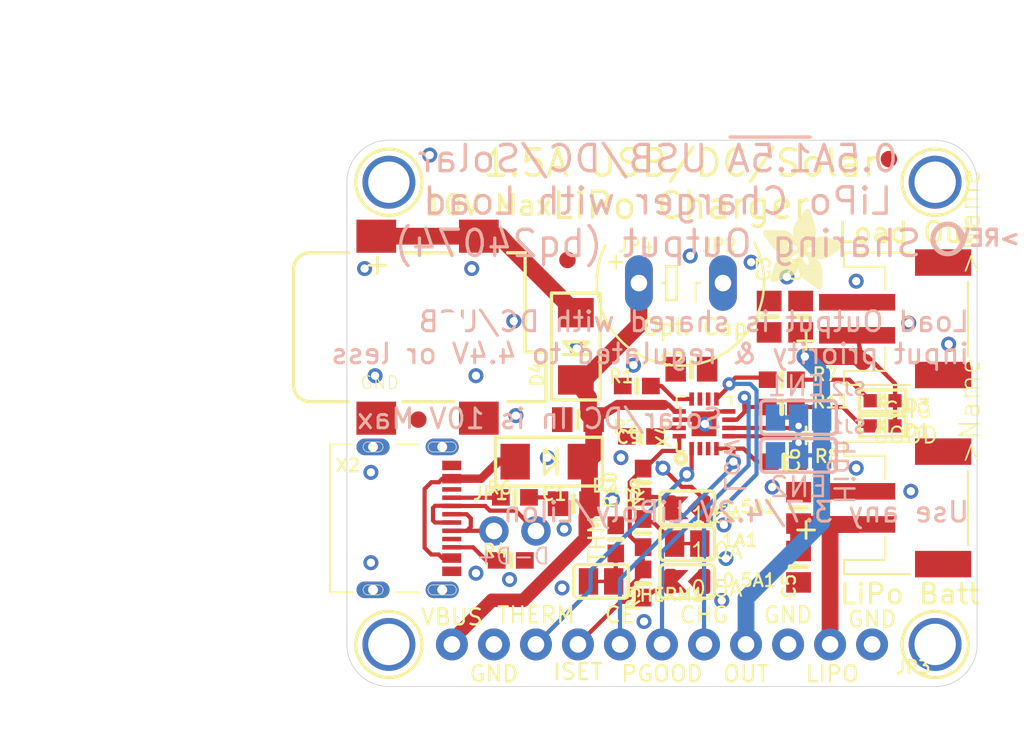
<source format=kicad_pcb>
(kicad_pcb (version 20171130) (host pcbnew "(5.1.7)-1")
  (layers (0 Top signal) (31 Bottom signal) (34 B.Paste user) (35 F.Paste user) (36 B.SilkS user) (37 F.SilkS user) (38 B.Mask user) (39 F.Mask user) (44 Edge.Cuts user))
  (net 0 "")
  (net 1 GND)
  (net 2 VBUS)
  (net 3 VLIPO)
  (net 4 N$4)
  (net 5 N$8)
  (net 6 /VUSB)
  (net 7 /CC2)
  (net 8 "Net-(X2-PadA8)")
  (net 9 /D+)
  (net 10 /D-)
  (net 11 /CC1)
  (net 12 "Net-(X2-PadB8)")
  (net 13 /OUT)
  (net 14 "Net-(D3-PadC)")
  (net 15 /~CHG)
  (net 16 "Net-(D4-PadA)")
  (net 17 /ISET)
  (net 18 /ITERM)
  (net 19 /ILIM)
  (net 20 /~PGOOD)
  (net 21 /EN1)
  (net 22 /EN2)
  (net 23 /~CE)
  (net 24 /THERM)
  (net 25 "Net-(D1-PadC)")
  (net 26 "Net-(R10-Pad1)")
  (net 27 "Net-(1.5A1-Pad2)")
  (net 28 "Net-(0.5A1-Pad2)")
  (net 29 "Net-(1A1-Pad2)")
  (module Adafruit_BQ24074:JST-PH-2-SMT-RA (layer Top) (at 163.9951 110.7186 270)
    (fp_text reference BATT1 hide)
    (fp_text value "JST 2PH" hide)
    (fp_text user - (at -3.429 6.096 270) (layer F.SilkS) (effects (font (size 1.35128 1.35128) (thickness 0.170688)) (justify left bottom)))
    (fp_text user + (at 2.286 6.096 270) (layer F.SilkS) (effects (font (size 1.35128 1.35128) (thickness 0.170688)) (justify left bottom)))
    (fp_text user >Name (at -2.54 -3.81 270) (layer F.SilkS) (effects (font (size 1.2065 1.2065) (thickness 0.1016)) (justify left bottom)))
    (pad NC2 smd rect (at 3.4 -1.5) (size 3.4 1.6) (layers Top F.Paste F.Mask))
    (pad NC1 smd rect (at -3.4 -1.5) (size 3.4 1.6) (layers Top F.Paste F.Mask))
    (pad 1 smd rect (at 1 3.7 270) (size 1 4.6) (layers Top F.Paste F.Mask) (net 3 VLIPO))
    (pad 2 smd rect (at -1 3.7 270) (size 1 4.6) (layers Top F.Paste F.Mask) (net 1 GND))
  )
  (module Adafruit_BQ24074:0805-NO (layer Top) (at 156.7561 110.7186 90)
    (fp_text reference C6 (at 2.032 0.127 90) (layer F.SilkS) (effects (font (size 0.77216 0.77216) (thickness 0.138988)) (justify left bottom)))
    (fp_text value 10uF)
    (pad 2 smd rect (at 0.95 0 90) (size 1.24 1.5) (layers Top F.Paste F.Mask) (net 1 GND))
    (pad 1 smd rect (at -0.95 0 90) (size 1.24 1.5) (layers Top F.Paste F.Mask) (net 3 VLIPO))
  )
  (module Adafruit_BQ24074:SMADIODE (layer Top) (at 141.6431 107.9246 180)
    (fp_text reference D2 (at -2.54 -1.905) (layer F.SilkS) (effects (font (size 0.77216 0.77216) (thickness 0.138988)) (justify left bottom)))
    (fp_text value SK34A)
    (pad A smd rect (at 2.0193 0) (size 1.778 2.159) (layers Top F.Paste F.Mask) (net 6 /VUSB))
    (pad C smd rect (at -2.0447 0 180) (size 1.778 2.159) (layers Top F.Paste F.Mask) (net 2 VBUS))
  )
  (module Adafruit_BQ24074:CHIPLED_0603 (layer Top) (at 161.8361 104.2416 90)
    (fp_text reference D3 (at -0.762 1.27) (layer F.SilkS) (effects (font (size 0.77216 0.77216) (thickness 0.138988)) (justify left bottom)))
    (fp_text value RED)
    (pad A smd rect (at 0 0.75 90) (size 0.8 0.8) (layers Top F.Paste F.Mask) (net 13 /OUT))
    (pad C smd rect (at 0 -0.75 90) (size 0.8 0.8) (layers Top F.Paste F.Mask) (net 14 "Net-(D3-PadC)"))
  )
  (module Adafruit_BQ24074:0603-NO (layer Top) (at 139.3571 113.8936 180)
    (fp_text reference R4 (at 1.778 0.127) (layer F.SilkS) (effects (font (size 0.77216 0.77216) (thickness 0.138988)) (justify left bottom)))
    (fp_text value 5.1K)
    (pad 2 smd rect (at 0.85 0 180) (size 1.075 1) (layers Top F.Paste F.Mask) (net 7 /CC2))
    (pad 1 smd rect (at -0.85 0 180) (size 1.075 1) (layers Top F.Paste F.Mask) (net 1 GND))
  )
  (module Adafruit_BQ24074:0603-NO (layer Top) (at 139.6111 110.0836 180)
    (fp_text reference R6 (at 1.778 0.127) (layer F.SilkS) (effects (font (size 0.77216 0.77216) (thickness 0.138988)) (justify left bottom)))
    (fp_text value 5.1K)
    (pad 2 smd rect (at 0.85 0 180) (size 1.075 1) (layers Top F.Paste F.Mask) (net 11 /CC1))
    (pad 1 smd rect (at -0.85 0 180) (size 1.075 1) (layers Top F.Paste F.Mask) (net 1 GND))
  )
  (module Adafruit_BQ24074:0603-NO (layer Top) (at 155.7401 102.9716)
    (fp_text reference R7 (at 1.778 0.127) (layer F.SilkS) (effects (font (size 0.77216 0.77216) (thickness 0.138988)) (justify left bottom)))
    (fp_text value 10K)
    (pad 2 smd rect (at 0.85 0) (size 1.075 1) (layers Top F.Paste F.Mask) (net 14 "Net-(D3-PadC)"))
    (pad 1 smd rect (at -0.85 0) (size 1.075 1) (layers Top F.Paste F.Mask) (net 15 /~CHG))
  )
  (module Adafruit_BQ24074:USB_C_CUSB31-CFM2AX-01-X (layer Top) (at 132.2451 111.3536 270)
    (fp_text reference X2 (at -2.75 3.56) (layer F.SilkS) (effects (font (size 0.77216 0.77216) (thickness 0.138988)) (justify left bottom)))
    (fp_text value "USB Type C")
    (fp_line (start -4.62 -2.42) (end -4.62 -3.52) (layer Edge.Cuts) (width 0.05))
    (fp_arc (start -4.32 -2.42) (end -4.32 -2.12) (angle 90) (layer Edge.Cuts) (width 0.05))
    (fp_arc (start -4.32 -2.42) (end -4.02 -2.42) (angle 90) (layer Edge.Cuts) (width 0.05))
    (fp_line (start -4.02 -3.52) (end -4.02 -2.42) (layer Edge.Cuts) (width 0.05))
    (fp_arc (start -4.32 -3.52) (end -4.32 -3.82) (angle 90) (layer Edge.Cuts) (width 0.05))
    (fp_arc (start -4.32 -3.52) (end -4.62 -3.52) (angle 90) (layer Edge.Cuts) (width 0.05))
    (fp_line (start 4.02 -2.42) (end 4.02 -3.52) (layer Edge.Cuts) (width 0.05))
    (fp_arc (start 4.32 -2.42) (end 4.32 -2.12) (angle 90) (layer Edge.Cuts) (width 0.05))
    (fp_arc (start 4.32 -2.42) (end 4.62 -2.42) (angle 90) (layer Edge.Cuts) (width 0.05))
    (fp_line (start 4.62 -3.52) (end 4.62 -2.42) (layer Edge.Cuts) (width 0.05))
    (fp_arc (start 4.32 -3.52) (end 4.32 -3.82) (angle 90) (layer Edge.Cuts) (width 0.05))
    (fp_arc (start 4.32 -3.52) (end 4.02 -3.52) (angle 90) (layer Edge.Cuts) (width 0.05))
    (fp_line (start 4.02 1.51) (end 4.02 0.91) (layer Edge.Cuts) (width 0.05))
    (fp_arc (start 4.32 1.51) (end 4.32 1.81) (angle 90) (layer Edge.Cuts) (width 0.05))
    (fp_arc (start 4.32 1.51) (end 4.62 1.51) (angle 90) (layer Edge.Cuts) (width 0.05))
    (fp_line (start 4.62 0.91) (end 4.62 1.51) (layer Edge.Cuts) (width 0.05))
    (fp_arc (start 4.32 0.91) (end 4.32 0.61) (angle 90) (layer Edge.Cuts) (width 0.05))
    (fp_arc (start 4.32 0.91) (end 4.02 0.91) (angle 90) (layer Edge.Cuts) (width 0.05))
    (fp_line (start -4.62 1.51) (end -4.62 0.91) (layer Edge.Cuts) (width 0.05))
    (fp_arc (start -4.32 1.51) (end -4.32 1.81) (angle 90) (layer Edge.Cuts) (width 0.05))
    (fp_arc (start -4.32 1.51) (end -4.02 1.51) (angle 90) (layer Edge.Cuts) (width 0.05))
    (fp_line (start -4.02 0.91) (end -4.02 1.51) (layer Edge.Cuts) (width 0.05))
    (fp_arc (start -4.32 0.91) (end -4.32 0.61) (angle 90) (layer Edge.Cuts) (width 0.05))
    (fp_arc (start -4.32 0.91) (end -4.62 0.91) (angle 90) (layer Edge.Cuts) (width 0.05))
    (pad "" np_thru_hole circle (at -2.89 -2.47 270) (size 0.65 0.65) (drill 0.65) (layers *.Cu *.Mask))
    (pad "" np_thru_hole circle (at 2.89 -2.47 270) (size 0.65 0.65) (drill 0.65) (layers *.Cu *.Mask))
    (pad M1 thru_hole oval (at -4.32 -2.97) (size 2 1) (drill 0.6) (layers *.Cu *.Mask))
    (pad M2 thru_hole oval (at 4.32 -2.97) (size 2 1) (drill 0.6) (layers *.Cu *.Mask))
    (pad M4 thru_hole oval (at 4.32 1.21) (size 2 1) (drill 0.6) (layers *.Cu *.Mask))
    (pad M3 thru_hole oval (at -4.32 1.21) (size 2 1) (drill 0.6) (layers *.Cu *.Mask))
    (pad B1A12 smd rect (at 3.2 -3.545 270) (size 0.575 1.15) (layers Top F.Paste F.Mask) (net 1 GND))
    (pad B4A9 smd rect (at 2.4 -3.545 270) (size 0.575 1.15) (layers Top F.Paste F.Mask) (net 6 /VUSB))
    (pad B5 smd rect (at 1.75 -3.545 270) (size 0.275 1.15) (layers Top F.Paste F.Mask) (net 7 /CC2))
    (pad A8 smd rect (at 1.25 -3.545 270) (size 0.275 1.15) (layers Top F.Paste F.Mask) (net 8 "Net-(X2-PadA8)"))
    (pad B6 smd rect (at 0.75 -3.545 270) (size 0.275 1.15) (layers Top F.Paste F.Mask) (net 9 /D+))
    (pad A7 smd rect (at 0.25 -3.545 270) (size 0.275 1.15) (layers Top F.Paste F.Mask) (net 10 /D-))
    (pad A6 smd rect (at -0.25 -3.545 270) (size 0.275 1.15) (layers Top F.Paste F.Mask) (net 9 /D+))
    (pad B7 smd rect (at -0.75 -3.545 270) (size 0.275 1.15) (layers Top F.Paste F.Mask) (net 10 /D-))
    (pad A5 smd rect (at -1.25 -3.545 270) (size 0.275 1.15) (layers Top F.Paste F.Mask) (net 11 /CC1))
    (pad B8 smd rect (at -1.75 -3.545 270) (size 0.275 1.15) (layers Top F.Paste F.Mask) (net 12 "Net-(X2-PadB8)"))
    (pad A4B9 smd rect (at -2.4 -3.545 270) (size 0.575 1.15) (layers Top F.Paste F.Mask) (net 6 /VUSB))
    (pad A1B12 smd rect (at -3.2 -3.545 270) (size 0.575 1.15) (layers Top F.Paste F.Mask) (net 1 GND))
  )
  (module Adafruit_BQ24074:0805-NO (layer Top) (at 143.1671 110.4646 180)
    (fp_text reference C1 (at 2.032 0.127) (layer F.SilkS) (effects (font (size 0.77216 0.77216) (thickness 0.138988)) (justify left bottom)))
    (fp_text value 10uF)
    (pad 2 smd rect (at 0.95 0 180) (size 1.24 1.5) (layers Top F.Paste F.Mask) (net 1 GND))
    (pad 1 smd rect (at -0.95 0 180) (size 1.24 1.5) (layers Top F.Paste F.Mask) (net 2 VBUS))
  )
  (module Adafruit_BQ24074:0805-NO (layer Top) (at 154.9781 99.1616 90)
    (fp_text reference C3 (at 2.032 0.127 90) (layer F.SilkS) (effects (font (size 0.77216 0.77216) (thickness 0.138988)) (justify left bottom)))
    (fp_text value 10uF)
    (pad 2 smd rect (at 0.95 0 90) (size 1.24 1.5) (layers Top F.Paste F.Mask) (net 1 GND))
    (pad 1 smd rect (at -0.95 0 90) (size 1.24 1.5) (layers Top F.Paste F.Mask) (net 13 /OUT))
  )
  (module Adafruit_BQ24074:0805-NO (layer Top) (at 156.8831 99.1616 90)
    (fp_text reference C4 (at 2.032 0.127 90) (layer F.SilkS) (effects (font (size 0.77216 0.77216) (thickness 0.138988)) (justify left bottom)))
    (fp_text value 10uF)
    (pad 2 smd rect (at 0.95 0 90) (size 1.24 1.5) (layers Top F.Paste F.Mask) (net 1 GND))
    (pad 1 smd rect (at -0.95 0 90) (size 1.24 1.5) (layers Top F.Paste F.Mask) (net 13 /OUT))
  )
  (module Adafruit_BQ24074:MOUNTINGHOLE_2.5_PLATED (layer Top) (at 131.9911 118.9736)
    (fp_text reference U$3 hide)
    (fp_text value MOUNTINGHOLE2.5 hide)
    (pad P$1 thru_hole circle (at 0 0) (size 3.2 3.2) (drill 2.5) (layers *.Cu *.Mask))
  )
  (module Adafruit_BQ24074:MOUNTINGHOLE_2.5_PLATED (layer Top) (at 131.9911 91.0336)
    (fp_text reference U$4 hide)
    (fp_text value MOUNTINGHOLE2.5 hide)
    (pad P$1 thru_hole circle (at 0 0) (size 3.2 3.2) (drill 2.5) (layers *.Cu *.Mask))
  )
  (module Adafruit_BQ24074:MOUNTINGHOLE_2.5_PLATED (layer Top) (at 165.0111 91.0336)
    (fp_text reference U$11 hide)
    (fp_text value MOUNTINGHOLE2.5 hide)
    (pad P$1 thru_hole circle (at 0 0) (size 3.2 3.2) (drill 2.5) (layers *.Cu *.Mask))
  )
  (module Adafruit_BQ24074:MOUNTINGHOLE_2.5_PLATED (layer Top) (at 165.0111 118.9736)
    (fp_text reference U$12 hide)
    (fp_text value MOUNTINGHOLE2.5 hide)
    (pad P$1 thru_hole circle (at 0 0) (size 3.2 3.2) (drill 2.5) (layers *.Cu *.Mask))
  )
  (module Adafruit_BQ24074:DCJACK_2MM_SMT (layer Top) (at 131.2291 99.7966)
    (fp_text reference X3)
    (fp_text value "2.1mm DC")
    (fp_text user GND (at -1.016 3.81) (layer F.SilkS) (effects (font (size 0.77216 0.77216) (thickness 0.065024)) (justify left bottom)))
    (fp_text user + (at 0.762 -2.794 90) (layer F.SilkS) (effects (font (size 1.35128 1.35128) (thickness 0.170688)) (justify left bottom)))
    (pad "" np_thru_hole circle (at 4.5 0) (size 1.8 1.8) (drill 1.8) (layers *.Cu *.Mask))
    (pad "" np_thru_hole circle (at 0 0) (size 1.6 1.6) (drill 1.6) (layers *.Cu *.Mask))
    (pad 2 smd rect (at 0 5.5) (size 2.4 2) (layers Top F.Paste F.Mask) (net 1 GND))
    (pad 3 smd rect (at 6.2 5.5) (size 2.4 2) (layers Top F.Paste F.Mask) (net 1 GND))
    (pad 1' smd rect (at 6.2 -5.5) (size 2.4 2) (layers Top F.Paste F.Mask) (net 16 "Net-(D4-PadA)"))
    (pad 1 smd rect (at 0 -5.5) (size 2.4 2) (layers Top F.Paste F.Mask) (net 16 "Net-(D4-PadA)"))
  )
  (module Adafruit_BQ24074:JST-PH-2-SMT-RA (layer Top) (at 163.9951 99.2886 270)
    (fp_text reference SYSOUT1 hide)
    (fp_text value "JST 2PH" hide)
    (fp_text user - (at -3.429 6.096 270) (layer F.SilkS) (effects (font (size 1.35128 1.35128) (thickness 0.170688)) (justify left bottom)))
    (fp_text user + (at 2.286 6.096 270) (layer F.SilkS) (effects (font (size 1.35128 1.35128) (thickness 0.170688)) (justify left bottom)))
    (fp_text user >Name (at -2.54 -3.81 270) (layer F.SilkS) (effects (font (size 1.2065 1.2065) (thickness 0.1016)) (justify left bottom)))
    (pad NC2 smd rect (at 3.4 -1.5) (size 3.4 1.6) (layers Top F.Paste F.Mask))
    (pad NC1 smd rect (at -3.4 -1.5) (size 3.4 1.6) (layers Top F.Paste F.Mask))
    (pad 1 smd rect (at 1 3.7 270) (size 1 4.6) (layers Top F.Paste F.Mask) (net 13 /OUT))
    (pad 2 smd rect (at -1 3.7 270) (size 1 4.6) (layers Top F.Paste F.Mask) (net 1 GND))
  )
  (module Adafruit_BQ24074:SMADIODE (layer Top) (at 143.2941 100.9396 90)
    (fp_text reference D4 (at -2.54 -1.905 90) (layer F.SilkS) (effects (font (size 0.77216 0.77216) (thickness 0.138988)) (justify left bottom)))
    (fp_text value SK34A)
    (pad A smd rect (at 2.0193 0 270) (size 1.778 2.159) (layers Top F.Paste F.Mask) (net 16 "Net-(D4-PadA)"))
    (pad C smd rect (at -2.0447 0 90) (size 1.778 2.159) (layers Top F.Paste F.Mask) (net 2 VBUS))
  )
  (module Adafruit_BQ24074:0603-NO (layer Top) (at 147.3581 109.1946 270)
    (fp_text reference R3 (at 1.778 0.127 90) (layer F.SilkS) (effects (font (size 0.77216 0.77216) (thickness 0.138988)) (justify left bottom)))
    (fp_text value 590)
    (pad 2 smd rect (at 0.85 0 270) (size 1.075 1) (layers Top F.Paste F.Mask) (net 27 "Net-(1.5A1-Pad2)"))
    (pad 1 smd rect (at -0.85 0 270) (size 1.075 1) (layers Top F.Paste F.Mask) (net 17 /ISET))
  )
  (module Adafruit_BQ24074:0805-NO (layer Top) (at 143.4211 105.3846 180)
    (fp_text reference C9 (at -2.2225 -1.5113) (layer F.SilkS) (effects (font (size 0.77216 0.77216) (thickness 0.138988)) (justify left bottom)))
    (fp_text value 10uF)
    (pad 2 smd rect (at 0.95 0 180) (size 1.24 1.5) (layers Top F.Paste F.Mask) (net 1 GND))
    (pad 1 smd rect (at -0.95 0 180) (size 1.24 1.5) (layers Top F.Paste F.Mask) (net 2 VBUS))
  )
  (module Adafruit_BQ24074:0603-NO (layer Top) (at 147.3581 115.2906 270)
    (fp_text reference R5 (at 1.778 0.127 90) (layer F.SilkS) (effects (font (size 0.77216 0.77216) (thickness 0.138988)) (justify left bottom)))
    (fp_text value 2K)
    (pad 2 smd rect (at 0.85 0 270) (size 1.075 1) (layers Top F.Paste F.Mask) (net 28 "Net-(0.5A1-Pad2)"))
    (pad 1 smd rect (at -0.85 0 270) (size 1.075 1) (layers Top F.Paste F.Mask) (net 17 /ISET))
  )
  (module Adafruit_BQ24074:SOLDERJUMPER_ARROW_NOPASTE (layer Top) (at 150.0251 110.7186 180)
    (fp_text reference 1.5A1 (at -2.032 -0.381) (layer F.SilkS) (effects (font (size 0.77216 0.77216) (thickness 0.138988)) (justify left bottom)))
    (fp_text value SOLDERJUMPER)
    (fp_poly (pts (xy -0.077 -0.6866) (xy 0.5842 0) (xy -0.077 0.6866) (xy 1.293 0.6866) (xy 1.293 -0.6866)) (layer Top) (width 0))
    (fp_poly (pts (xy -1.293 -0.6866) (xy -0.6715 -0.6866) (xy -0.0349 0) (xy -0.7215 0.6866) (xy -1.293 0.6866)) (layer Top) (width 0))
    (pad 2 smd roundrect (at 1.016 0 180) (size 0.762 1.524) (layers Top F.Mask) (net 27 "Net-(1.5A1-Pad2)"))
    (pad 1 smd roundrect (at -1.016 0 180) (size 0.762 1.524) (layers Top F.Mask) (net 1 GND))
  )
  (module Adafruit_BQ24074:SOLDERJUMPER_ARROW_NOPASTE (layer Top) (at 150.0251 115.1636 180)
    (fp_text reference 0.5A1 (at -2.032 -0.381) (layer F.SilkS) (effects (font (size 0.77216 0.77216) (thickness 0.138988)) (justify left bottom)))
    (fp_text value SOLDERJUMPER)
    (fp_poly (pts (xy -0.077 -0.6866) (xy 0.5842 0) (xy -0.077 0.6866) (xy 1.293 0.6866) (xy 1.293 -0.6866)) (layer Top) (width 0))
    (fp_poly (pts (xy -1.293 -0.6866) (xy -0.6715 -0.6866) (xy -0.0349 0) (xy -0.7215 0.6866) (xy -1.293 0.6866)) (layer Top) (width 0))
    (pad 2 smd roundrect (at 1.016 0 180) (size 0.762 1.524) (layers Top F.Mask) (net 28 "Net-(0.5A1-Pad2)"))
    (pad 1 smd roundrect (at -1.016 0 180) (size 0.762 1.524) (layers Top F.Mask) (net 1 GND))
  )
  (module Adafruit_BQ24074:0603-NO (layer Top) (at 147.3581 112.2426 90)
    (fp_text reference R9 (at 1.778 0.127 90) (layer F.SilkS) (effects (font (size 0.77216 0.77216) (thickness 0.138988)) (justify left bottom)))
    (fp_text value 1K)
    (pad 2 smd rect (at 0.85 0 90) (size 1.075 1) (layers Top F.Paste F.Mask) (net 29 "Net-(1A1-Pad2)"))
    (pad 1 smd rect (at -0.85 0 90) (size 1.075 1) (layers Top F.Paste F.Mask) (net 17 /ISET))
  )
  (module Adafruit_BQ24074:SOLDERJUMPER_CLOSEDWIRE (layer Top) (at 150.0251 112.8776 180)
    (fp_text reference 1A1 (at -2.032 -0.254) (layer F.SilkS) (effects (font (size 0.77216 0.77216) (thickness 0.138988)) (justify left bottom)))
    (fp_text value SOLDERJUMPERCLOSED)
    (pad WIRE smd rect (at 0 0) (size 0.635 0.2032) (layers Top F.Mask))
    (pad 2 smd rect (at 0.762 0 180) (size 1.1684 1.6002) (layers Top F.Mask) (net 29 "Net-(1A1-Pad2)"))
    (pad 1 smd rect (at -0.762 0 180) (size 1.1684 1.6002) (layers Top F.Mask) (net 1 GND))
  )
  (module Adafruit_BQ24074:QFN16_3MM (layer Top) (at 151.0411 105.6386 90)
    (fp_text reference X4 (at -1.524 -2.032 90) (layer F.SilkS) (effects (font (size 0.77216 0.77216) (thickness 0.138988)) (justify left bottom)))
    (fp_text value BQ24074)
    (pad 16 smd rect (at -0.75 -1.5) (size 0.8 0.28) (layers Top F.Paste F.Mask) (net 17 /ISET))
    (pad 15 smd rect (at -0.25 -1.5) (size 0.8 0.28) (layers Top F.Paste F.Mask) (net 18 /ITERM))
    (pad 14 smd rect (at 0.25 -1.5) (size 0.8 0.28) (layers Top F.Paste F.Mask) (net 1 GND))
    (pad 13 smd rect (at 0.75 -1.5) (size 0.8 0.28) (layers Top F.Paste F.Mask) (net 2 VBUS))
    (pad 12 smd rect (at 1.5 -0.75 270) (size 0.8 0.28) (layers Top F.Paste F.Mask) (net 19 /ILIM))
    (pad 11 smd rect (at 1.5 -0.25 270) (size 0.8 0.28) (layers Top F.Paste F.Mask) (net 13 /OUT))
    (pad 10 smd rect (at 1.5 0.25 270) (size 0.8 0.28) (layers Top F.Paste F.Mask) (net 13 /OUT))
    (pad 9 smd rect (at 1.5 0.75 270) (size 0.8 0.28) (layers Top F.Paste F.Mask) (net 15 /~CHG))
    (pad 8 smd rect (at 0.75 1.5 180) (size 0.8 0.28) (layers Top F.Paste F.Mask) (net 1 GND))
    (pad 7 smd rect (at 0.25 1.5 180) (size 0.8 0.28) (layers Top F.Paste F.Mask) (net 20 /~PGOOD))
    (pad 6 smd rect (at -0.25 1.5 180) (size 0.8 0.28) (layers Top F.Paste F.Mask) (net 21 /EN1))
    (pad 5 smd rect (at -0.75 1.5 180) (size 0.8 0.28) (layers Top F.Paste F.Mask) (net 22 /EN2))
    (pad 4 smd rect (at -1.5 0.75 90) (size 0.8 0.28) (layers Top F.Paste F.Mask) (net 23 /~CE))
    (pad 3 smd rect (at -1.5 0.25 90) (size 0.8 0.28) (layers Top F.Paste F.Mask) (net 3 VLIPO))
    (pad 2 smd rect (at -1.5 -0.25 90) (size 0.8 0.28) (layers Top F.Paste F.Mask) (net 3 VLIPO))
    (pad 1 smd rect (at -1.5 -0.75 90) (size 0.8 0.28) (layers Top F.Paste F.Mask) (net 24 /THERM))
    (pad THERMAL smd rect (at 0 0 90) (size 1.5 1.5) (layers Top F.Mask) (net 1 GND))
  )
  (module Adafruit_BQ24074:CHIPLED_0603 (layer Top) (at 161.8361 105.7656 90)
    (fp_text reference D1 (at -0.762 1.27) (layer F.SilkS) (effects (font (size 0.77216 0.77216) (thickness 0.138988)) (justify left bottom)))
    (fp_text value GREEN)
    (pad A smd rect (at 0 0.75 90) (size 0.8 0.8) (layers Top F.Paste F.Mask) (net 13 /OUT))
    (pad C smd rect (at 0 -0.75 90) (size 0.8 0.8) (layers Top F.Paste F.Mask) (net 25 "Net-(D1-PadC)"))
  )
  (module Adafruit_BQ24074:0603-NO (layer Top) (at 146.9771 103.3526 180)
    (fp_text reference R1 (at 1.778 0.127) (layer F.SilkS) (effects (font (size 0.77216 0.77216) (thickness 0.138988)) (justify left bottom)))
    (fp_text value 1K)
    (pad 2 smd rect (at 0.85 0 180) (size 1.075 1) (layers Top F.Paste F.Mask) (net 1 GND))
    (pad 1 smd rect (at -0.85 0 180) (size 1.075 1) (layers Top F.Paste F.Mask) (net 19 /ILIM))
  )
  (module Adafruit_BQ24074:0603-NO (layer Top) (at 147.2311 106.4006 180)
    (fp_text reference R2 (at 1.778 0.127) (layer F.SilkS) (effects (font (size 0.77216 0.77216) (thickness 0.138988)) (justify left bottom)))
    (fp_text value 10K)
    (pad 2 smd rect (at 0.85 0 180) (size 1.075 1) (layers Top F.Paste F.Mask) (net 1 GND))
    (pad 1 smd rect (at -0.85 0 180) (size 1.075 1) (layers Top F.Paste F.Mask) (net 18 /ITERM))
  )
  (module Adafruit_BQ24074:1X11_ROUND_76 (layer Top) (at 148.5011 118.9736 180)
    (fp_text reference JP3 (at -14.0462 -1.8288) (layer F.SilkS) (effects (font (size 0.77216 0.77216) (thickness 0.138988)) (justify left bottom)))
    (fp_text value HEADER-1X1176MIL)
    (pad 11 thru_hole circle (at 12.7 0 270) (size 1.9304 1.9304) (drill 1) (layers *.Cu *.Mask) (net 2 VBUS))
    (pad 10 thru_hole circle (at 10.16 0 270) (size 1.9304 1.9304) (drill 1) (layers *.Cu *.Mask) (net 1 GND))
    (pad 9 thru_hole circle (at 7.62 0 270) (size 1.9304 1.9304) (drill 1) (layers *.Cu *.Mask) (net 24 /THERM))
    (pad 8 thru_hole circle (at 5.08 0 270) (size 1.9304 1.9304) (drill 1) (layers *.Cu *.Mask) (net 17 /ISET))
    (pad 7 thru_hole circle (at 2.54 0 270) (size 1.9304 1.9304) (drill 1) (layers *.Cu *.Mask) (net 23 /~CE))
    (pad 6 thru_hole circle (at 0 0 270) (size 1.9304 1.9304) (drill 1) (layers *.Cu *.Mask) (net 20 /~PGOOD))
    (pad 5 thru_hole circle (at -2.54 0 270) (size 1.9304 1.9304) (drill 1) (layers *.Cu *.Mask) (net 15 /~CHG))
    (pad 4 thru_hole circle (at -5.08 0 270) (size 1.9304 1.9304) (drill 1) (layers *.Cu *.Mask) (net 13 /OUT))
    (pad 3 thru_hole circle (at -7.62 0 270) (size 1.9304 1.9304) (drill 1) (layers *.Cu *.Mask) (net 1 GND))
    (pad 2 thru_hole circle (at -10.16 0 270) (size 1.9304 1.9304) (drill 1) (layers *.Cu *.Mask) (net 3 VLIPO))
    (pad 1 thru_hole circle (at -12.7 0 270) (size 1.9304 1.9304) (drill 1) (layers *.Cu *.Mask) (net 1 GND))
  )
  (module Adafruit_BQ24074:0805-NO (layer Top) (at 150.2791 102.3366 180)
    (fp_text reference C2 (at 2.032 0.127) (layer F.SilkS) (effects (font (size 0.77216 0.77216) (thickness 0.138988)) (justify left bottom)))
    (fp_text value 10uF)
    (pad 2 smd rect (at 0.95 0 180) (size 1.24 1.5) (layers Top F.Paste F.Mask) (net 1 GND))
    (pad 1 smd rect (at -0.95 0 180) (size 1.24 1.5) (layers Top F.Paste F.Mask) (net 13 /OUT))
  )
  (module Adafruit_BQ24074:0805-NO (layer Top) (at 156.7561 114.2746 270)
    (fp_text reference C5 (at 2.032 0.127 90) (layer F.SilkS) (effects (font (size 0.77216 0.77216) (thickness 0.138988)) (justify left bottom)))
    (fp_text value 10uF)
    (pad 2 smd rect (at 0.95 0 270) (size 1.24 1.5) (layers Top F.Paste F.Mask) (net 1 GND))
    (pad 1 smd rect (at -0.95 0 270) (size 1.24 1.5) (layers Top F.Paste F.Mask) (net 3 VLIPO))
  )
  (module Adafruit_BQ24074:ADAFRUIT_5MM (layer Top) (at 154.5971 97.5106)
    (fp_text reference U$14 hide)
    (fp_text value "" hide)
  )
  (module Adafruit_BQ24074:1X02_ROUND (layer Top) (at 139.6111 112.1156)
    (fp_text reference JP1 (at -2.6162 -1.8288) (layer F.SilkS) (effects (font (size 0.77216 0.77216) (thickness 0.138988)) (justify left bottom)))
    (fp_text value HEADER-1X2ROUND)
    (pad 2 thru_hole circle (at 1.27 0 90) (size 1.778 1.778) (drill 1) (layers *.Cu *.Mask) (net 10 /D-))
    (pad 1 thru_hole circle (at -1.27 0 90) (size 1.778 1.778) (drill 1) (layers *.Cu *.Mask) (net 9 /D+))
  )
  (module Adafruit_BQ24074:FIDUCIAL_1MM (layer Top) (at 142.7861 95.7326)
    (fp_text reference FID1 hide)
    (fp_text value FIDUCIAL_1MM hide)
    (pad 1 smd roundrect (at 0 0) (size 1 1) (layers Top F.Mask) (roundrect_rratio 0.5))
  )
  (module Adafruit_BQ24074:FIDUCIAL_1MM (layer Top) (at 162.2171 89.6366)
    (fp_text reference FID2 hide)
    (fp_text value FIDUCIAL_1MM hide)
    (pad 1 smd roundrect (at 0 0) (size 1 1) (layers Top F.Mask) (roundrect_rratio 0.5))
  )
  (module Adafruit_BQ24074:FIDUCIAL_1MM (layer Top) (at 133.7691 105.3846)
    (fp_text reference FID3 hide)
    (fp_text value FIDUCIAL_1MM hide)
    (pad 1 smd roundrect (at 0 0) (size 1 1) (layers Top F.Mask) (roundrect_rratio 0.5))
  )
  (module Adafruit_BQ24074:0603-NO (layer Top) (at 145.7071 112.6236 90)
    (fp_text reference R10 (at 1.778 0.127 90) (layer F.SilkS) (effects (font (size 0.77216 0.77216) (thickness 0.138988)) (justify left bottom)))
    (fp_text value 10K)
    (pad 2 smd rect (at 0.85 0 90) (size 1.075 1) (layers Top F.Paste F.Mask) (net 1 GND))
    (pad 1 smd rect (at -0.85 0 90) (size 1.075 1) (layers Top F.Paste F.Mask) (net 26 "Net-(R10-Pad1)"))
  )
  (module Adafruit_BQ24074:SOLDERJUMPER_2WAY_OPEN_NOPASTE (layer Bottom) (at 156.7561 107.5436 180)
    (fp_text reference SJ1 (at -1.905 1.27) (layer B.SilkS) (effects (font (size 0.77216 0.77216) (thickness 0.138988)) (justify right bottom mirror)))
    (fp_text value SOLDERJUMPER_2WAY)
    (pad 2 smd rect (at 0 0 180) (size 1.1684 1.6002) (layers Bottom B.Mask) (net 22 /EN2))
    (pad 3 smd rect (at 1.397 0 180) (size 1.1684 1.6002) (layers Bottom B.Mask) (net 1 GND))
    (pad 1 smd rect (at -1.397 0 180) (size 1.1684 1.6002) (layers Bottom B.Mask) (net 13 /OUT))
  )
  (module Adafruit_BQ24074:SOLDERJUMPER_2WAY_OPEN_NOPASTE (layer Bottom) (at 156.7561 105.2576 180)
    (fp_text reference SJ2 (at -1.905 1.27) (layer B.SilkS) (effects (font (size 0.77216 0.77216) (thickness 0.138988)) (justify right bottom mirror)))
    (fp_text value SOLDERJUMPER_2WAY)
    (pad 2 smd rect (at 0 0 180) (size 1.1684 1.6002) (layers Bottom B.Mask) (net 21 /EN1))
    (pad 3 smd rect (at 1.397 0 180) (size 1.1684 1.6002) (layers Bottom B.Mask) (net 1 GND))
    (pad 1 smd rect (at -1.397 0 180) (size 1.1684 1.6002) (layers Bottom B.Mask) (net 13 /OUT))
  )
  (module Adafruit_BQ24074:0603-NO (layer Top) (at 155.7401 104.6226)
    (fp_text reference R11 (at 1.778 0.127) (layer F.SilkS) (effects (font (size 0.77216 0.77216) (thickness 0.138988)) (justify left bottom)))
    (fp_text value 10K)
    (pad 2 smd rect (at 0.85 0) (size 1.075 1) (layers Top F.Paste F.Mask) (net 25 "Net-(D1-PadC)"))
    (pad 1 smd rect (at -0.85 0) (size 1.075 1) (layers Top F.Paste F.Mask) (net 20 /~PGOOD))
  )
  (module Adafruit_BQ24074:0603-NO (layer Top) (at 155.8671 107.9246)
    (fp_text reference R8 (at 1.778 0.127) (layer F.SilkS) (effects (font (size 0.77216 0.77216) (thickness 0.138988)) (justify left bottom)))
    (fp_text value 10K)
    (pad 2 smd rect (at 0.85 0) (size 1.075 1) (layers Top F.Paste F.Mask) (net 1 GND))
    (pad 1 smd rect (at -0.85 0) (size 1.075 1) (layers Top F.Paste F.Mask) (net 23 /~CE))
  )
  (module Adafruit_BQ24074:SOLDERJUMPER_CLOSEDWIRE (layer Top) (at 144.8181 115.1636 180)
    (fp_text reference THERM1 (at -1.651 -1.27) (layer F.SilkS) (effects (font (size 0.77216 0.77216) (thickness 0.138988)) (justify left bottom)))
    (fp_text value SOLDERJUMPERCLOSED)
    (pad WIRE smd rect (at 0 0) (size 0.635 0.2032) (layers Top F.Mask))
    (pad 2 smd rect (at 0.762 0 180) (size 1.1684 1.6002) (layers Top F.Mask) (net 24 /THERM))
    (pad 1 smd rect (at -0.762 0 180) (size 1.1684 1.6002) (layers Top F.Mask) (net 26 "Net-(R10-Pad1)"))
  )
  (module Adafruit_BQ24074:1X01_OVAL (layer Top) (at 152.1841 97.1296)
    (fp_text reference JP2 (at -1.3462 -1.8288) (layer F.SilkS) (effects (font (size 0.77216 0.77216) (thickness 0.138988)) (justify left bottom)))
    (fp_text value HEADER-1X1)
    (pad 1 thru_hole oval (at 0 0 90) (size 3.3528 1.6764) (drill 1) (layers *.Cu *.Mask) (net 1 GND))
  )
  (module Adafruit_BQ24074:1X01_OVAL (layer Top) (at 147.1041 97.1296)
    (fp_text reference JP4 (at -1.3462 -1.8288) (layer F.SilkS) (effects (font (size 0.77216 0.77216) (thickness 0.138988)) (justify left bottom)))
    (fp_text value HEADER-1X1)
    (pad 1 thru_hole oval (at 0 0 90) (size 3.3528 1.6764) (drill 1) (layers *.Cu *.Mask) (net 2 VBUS))
  )
  (module Adafruit_BQ24074:PCBFEAT-REV-040 (layer Bottom) (at 165.7731 94.4626 180)
    (fp_text reference U$18 hide)
    (fp_text value "" hide)
    (fp_text user >REV (at -0.3556 -0.508 180) (layer B.SilkS) (effects (font (size 0.9652 0.9652) (thickness 0.2032)) (justify right bottom mirror)))
  )
  (gr_line (start 129.4511 91.0336) (end 129.4511 118.9736) (layer Edge.Cuts) (width 0.05))
  (gr_arc (start 131.9911 118.9736) (end 129.4511 118.9736) (angle -90) (layer Edge.Cuts) (width 0.05))
  (gr_line (start 131.9911 121.5136) (end 165.0111 121.5136) (layer Edge.Cuts) (width 0.05))
  (gr_arc (start 165.0111 118.9736) (end 165.0111 121.5136) (angle -90) (layer Edge.Cuts) (width 0.05))
  (gr_line (start 167.5511 118.9736) (end 167.5511 91.0336) (layer Edge.Cuts) (width 0.05))
  (gr_arc (start 165.0111 91.0336) (end 167.5511 91.0336) (angle -90) (layer Edge.Cuts) (width 0.05))
  (gr_line (start 165.0111 88.4936) (end 131.9911 88.4936) (layer Edge.Cuts) (width 0.05))
  (gr_arc (start 131.9911 91.0336) (end 131.9911 88.4936) (angle -90) (layer Edge.Cuts) (width 0.05))
  (gr_text "LiPo Batt" (at 163.4871 115.9256) (layer F.SilkS) (effects (font (size 1.2065 1.2065) (thickness 0.1778))))
  (gr_text "Load Out" (at 163.2331 94.0816) (layer F.SilkS) (effects (font (size 1.2065 1.2065) (thickness 0.1778))))
  (gr_text 1.5A (at 153.4541 110.5916) (layer F.SilkS) (effects (font (size 0.9652 0.9652) (thickness 0.12192)) (justify right top)))
  (gr_text CE (at 145.9611 117.1956) (layer F.SilkS) (effects (font (size 0.9652 0.9652) (thickness 0.14224))))
  (gr_text OUT (at 153.5811 120.7516) (layer F.SilkS) (effects (font (size 0.9652 0.9652) (thickness 0.14224))))
  (gr_text CHG (at 151.0411 117.1956) (layer F.SilkS) (effects (font (size 0.9652 0.9652) (thickness 0.14224))))
  (gr_text PGOOD (at 148.5011 120.7516) (layer F.SilkS) (effects (font (size 0.9652 0.9652) (thickness 0.14224))))
  (gr_text THERM (at 140.8811 117.1956) (layer F.SilkS) (effects (font (size 0.9652 0.9652) (thickness 0.14224))))
  (gr_text ISET (at 143.4211 120.6246) (layer F.SilkS) (effects (font (size 0.9652 0.9652) (thickness 0.14224))))
  (gr_text GND (at 138.3411 120.7516) (layer F.SilkS) (effects (font (size 0.9652 0.9652) (thickness 0.14224))))
  (gr_text GND (at 161.2011 117.4496) (layer F.SilkS) (effects (font (size 0.9652 0.9652) (thickness 0.14224))))
  (gr_text GND (at 156.1211 117.1956) (layer F.SilkS) (effects (font (size 0.9652 0.9652) (thickness 0.14224))))
  (gr_text VBUS (at 135.8011 117.3226) (layer F.SilkS) (effects (font (size 0.9652 0.9652) (thickness 0.14224))))
  (gr_text LIPO (at 158.7881 120.7516) (layer F.SilkS) (effects (font (size 0.9652 0.9652) (thickness 0.14224))))
  (gr_text 1.0A (at 153.4541 112.7506) (layer F.SilkS) (effects (font (size 0.9652 0.9652) (thickness 0.12192)) (justify right top)))
  (gr_text 0.5A (at 153.4541 115.0366) (layer F.SilkS) (effects (font (size 0.9652 0.9652) (thickness 0.12192)) (justify right top)))
  (gr_text "1.5A USB/DC/Solar\nLiPo Charger" (at 149.6441 91.1606) (layer F.SilkS) (effects (font (size 1.59258 1.59258) (thickness 0.201168))))
  (gr_text "10V Max" (at 134.0231 92.4306) (layer F.SilkS) (effects (font (size 1.2065 1.2065) (thickness 0.1905)) (justify left)))
  (gr_text CHG (at 164.8841 104.2416) (layer F.SilkS) (effects (font (size 0.9652 0.9652) (thickness 0.12192)) (justify right top)))
  (gr_text GOOD (at 165.2651 105.7656) (layer F.SilkS) (effects (font (size 0.9652 0.9652) (thickness 0.12192)) (justify right top)))
  (gr_text EN1 (at 156.6291 103.3526) (layer B.SilkS) (effects (font (size 1.2065 1.2065) (thickness 0.1524)) (justify mirror)))
  (gr_text EN2 (at 156.7561 109.4486) (layer B.SilkS) (effects (font (size 1.2065 1.2065) (thickness 0.1524)) (justify mirror)))
  (gr_text High (at 160.1851 106.4006 -90) (layer B.SilkS) (effects (font (size 1.2065 1.2065) (thickness 0.1524)) (justify right top mirror)))
  (gr_text Low (at 153.5811 106.4006 -90) (layer B.SilkS) (effects (font (size 1.2065 1.2065) (thickness 0.1524)) (justify right top mirror)))
  (gr_line (start 148.7551 96.1136) (end 149.3901 96.1136) (layer F.SilkS) (width 0.1524))
  (gr_line (start 149.3901 96.1136) (end 149.3901 98.1456) (layer F.SilkS) (width 0.1524))
  (gr_line (start 149.3901 98.1456) (end 148.7551 98.1456) (layer F.SilkS) (width 0.1524))
  (gr_line (start 148.7551 98.1456) (end 148.7551 97.1296) (layer F.SilkS) (width 0.1524))
  (gr_line (start 148.7551 97.1296) (end 148.7551 96.1136) (layer F.SilkS) (width 0.1524))
  (gr_line (start 148.5011 97.1296) (end 148.7551 97.1296) (layer F.SilkS) (width 0.1524))
  (gr_line (start 150.5331 97.1296) (end 150.5331 98.2726) (layer F.SilkS) (width 0.12))
  (gr_line (start 150.7871 97.1296) (end 150.5331 97.1296) (layer F.SilkS) (width 0.1524))
  (gr_line (start 145.3261 95.8596) (end 146.0881 95.8596) (layer F.SilkS) (width 0.1524))
  (gr_line (start 145.7071 96.2406) (end 145.7071 95.4786) (layer F.SilkS) (width 0.1524))
  (gr_arc (start 149.612804 97.066629) (end 145.0721 94.8436) (angle -233.784552) (layer F.SilkS) (width 0.1524))
  (gr_text "Opt. Cap" (at 147.2311 99.7966) (layer F.SilkS) (effects (font (size 0.9652 0.9652) (thickness 0.1524)) (justify left)))
  (gr_text D+ (at 138.3411 113.6396) (layer B.SilkS) (effects (font (size 0.9652 0.9652) (thickness 0.12192)) (justify mirror)))
  (gr_text D- (at 140.6271 113.6396) (layer B.SilkS) (effects (font (size 0.9652 0.9652) (thickness 0.12192)) (justify mirror)))
  (gr_text THM (at 144.5641 112.6236 90) (layer F.SilkS) (effects (font (size 0.9652 0.9652) (thickness 0.14224))))
  (gr_text "0.5A~1.5A USB/DC/Solar\nLiPo Charger with Load\nSharing Output (bq24074)" (at 148.2471 92.1766) (layer B.SilkS) (effects (font (size 1.59258 1.59258) (thickness 0.201168)) (justify mirror)))
  (gr_text "Load Output is shared with DC/USB \ninput priority & regulated to 4.4V or less" (at 167.1701 100.4316) (layer B.SilkS) (effects (font (size 1.2065 1.2065) (thickness 0.1778)) (justify left mirror)))
  (gr_text "Use any 3.7/4.2V LiPoly/LiIon" (at 167.1701 110.9726) (layer B.SilkS) (effects (font (size 1.2065 1.2065) (thickness 0.1778)) (justify left mirror)))
  (gr_text "Solar/DC In is 10V Max" (at 129.9591 104.6226) (layer B.SilkS) (effects (font (size 1.2065 1.2065) (thickness 0.1778)) (justify right top mirror)))
  (segment (start 152.5411 104.8886) (end 151.7911 104.8886) (width 0.254) (layer Top) (net 1))
  (segment (start 151.7911 104.8886) (end 151.0411 105.6386) (width 0.254) (layer Top) (net 1))
  (segment (start 151.0411 110.7186) (end 151.0411 112.6236) (width 0.254) (layer Top) (net 1))
  (segment (start 151.0411 112.6236) (end 150.7871 112.8776) (width 0.254) (layer Top) (net 1))
  (segment (start 151.0411 110.7186) (end 151.0411 110.2106) (width 0.254) (layer Top) (net 1))
  (segment (start 151.0411 110.2106) (end 150.2791 109.4486) (width 0.254) (layer Top) (net 1))
  (segment (start 150.2791 109.4486) (end 149.688075 109.4486) (width 0.254) (layer Top) (net 1))
  (segment (start 149.688075 109.4486) (end 148.557075 108.3176) (width 0.254) (layer Top) (net 1))
  (via (at 148.557075 108.3176) (size 0.9064) (drill 0.5) (layers Top Bottom) (net 1))
  (segment (start 148.557075 108.3176) (end 148.2471 108.007625) (width 0.254) (layer Bottom) (net 1))
  (via (at 147.414075 117.5886) (size 0.9064) (drill 0.5) (layers Top Bottom) (net 1))
  (via (at 152.367075 113.7786) (size 0.9064) (drill 0.5) (layers Top Bottom) (net 1))
  (via (at 152.240075 111.7466) (size 0.9064) (drill 0.5) (layers Top Bottom) (net 1))
  (via (at 155.161075 109.4606) (size 0.9064) (drill 0.5) (layers Top Bottom) (net 1))
  (via (at 160.241075 108.3176) (size 0.9064) (drill 0.5) (layers Top Bottom) (net 1))
  (via (at 163.543075 109.7146) (size 0.9064) (drill 0.5) (layers Top Bottom) (net 1))
  (via (at 160.241075 97.0146) (size 0.9064) (drill 0.5) (layers Top Bottom) (net 1))
  (via (at 163.416075 99.5546) (size 0.9064) (drill 0.5) (layers Top Bottom) (net 1))
  (via (at 156.050075 96.7606) (size 0.9064) (drill 0.5) (layers Top Bottom) (net 1))
  (via (at 153.891075 95.8716) (size 0.9064) (drill 0.5) (layers Top Bottom) (net 1))
  (via (at 150.208075 95.4906) (size 0.9064) (drill 0.5) (layers Top Bottom) (net 1))
  (via (at 146.779075 102.0946) (size 0.9064) (drill 0.5) (layers Top Bottom) (net 1))
  (via (at 141.572075 107.6826) (size 0.9064) (drill 0.5) (layers Top Bottom) (net 1))
  (via (at 142.588075 112.0006) (size 0.9064) (drill 0.5) (layers Top Bottom) (net 1))
  (via (at 137.254075 114.6676) (size 0.9064) (drill 0.5) (layers Top Bottom) (net 1))
  (via (at 139.286075 115.0486) (size 0.9064) (drill 0.5) (layers Top Bottom) (net 1))
  (via (at 152.113075 116.3186) (size 0.9064) (drill 0.5) (layers Top Bottom) (net 1))
  (via (at 165.829075 100.8246) (size 0.9064) (drill 0.5) (layers Top Bottom) (net 1))
  (via (at 143.350075 101.0786) (size 0.9064) (drill 0.5) (layers Top Bottom) (net 1))
  (via (at 130.904075 114.0326) (size 0.9064) (drill 0.5) (layers Top Bottom) (net 1))
  (segment (start 149.5411 105.3886) (end 150.7911 105.3886) (width 0.254) (layer Top) (net 1))
  (segment (start 150.7911 105.3886) (end 151.0411 105.6386) (width 0.254) (layer Top) (net 1))
  (via (at 151.097075 105.6506) (size 0.9064) (drill 0.5) (layers Top Bottom) (net 1))
  (via (at 146.017075 107.6826) (size 0.9064) (drill 0.5) (layers Top Bottom) (net 1))
  (via (at 130.904075 108.5716) (size 0.9064) (drill 0.5) (layers Top Bottom) (net 1))
  (via (at 137.254075 102.7296) (size 0.9064) (drill 0.5) (layers Top Bottom) (net 1))
  (via (at 131.158075 102.7296) (size 0.9064) (drill 0.5) (layers Top Bottom) (net 1))
  (via (at 137.000075 96.2526) (size 0.9064) (drill 0.5) (layers Top Bottom) (net 1))
  (via (at 130.523075 96.2526) (size 0.9064) (drill 0.5) (layers Top Bottom) (net 1))
  (via (at 134.460075 89.3946) (size 0.9064) (drill 0.5) (layers Top Bottom) (net 1))
  (via (at 139.667075 105.1426) (size 0.9064) (drill 0.5) (layers Top Bottom) (net 1))
  (via (at 139.540075 99.4276) (size 0.9064) (drill 0.5) (layers Top Bottom) (net 1))
  (segment (start 140.4611 110.0836) (end 141.8361 110.0836) (width 0.254) (layer Top) (net 1))
  (segment (start 141.8361 110.0836) (end 142.2171 110.4646) (width 0.254) (layer Top) (net 1))
  (via (at 145.509075 110.2226) (size 0.9064) (drill 0.5) (layers Top Bottom) (net 1))
  (via (at 142.461075 115.5566) (size 0.9064) (drill 0.5) (layers Top Bottom) (net 1))
  (segment (start 135.7901 108.9536) (end 137.5661 108.9536) (width 0.508) (layer Top) (net 6))
  (segment (start 138.5951 107.9246) (end 139.6238 107.9246) (width 0.508) (layer Top) (net 6))
  (segment (start 137.5661 108.9536) (end 138.5951 107.9246) (width 0.508) (layer Top) (net 6))
  (segment (start 135.7901 113.7536) (end 135.223537 113.7536) (width 0.254) (layer Top) (net 6))
  (segment (start 135.223537 113.7536) (end 135.007537 113.5376) (width 0.254) (layer Top) (net 6))
  (segment (start 135.007537 113.5376) (end 134.5561 113.5376) (width 0.254) (layer Top) (net 6))
  (segment (start 134.5561 113.5376) (end 134.1501 113.1316) (width 0.254) (layer Top) (net 6))
  (segment (start 134.1501 113.1316) (end 134.1501 109.5756) (width 0.254) (layer Top) (net 6))
  (segment (start 134.1501 109.5756) (end 134.5561 109.1696) (width 0.254) (layer Top) (net 6))
  (segment (start 134.5561 109.1696) (end 135.007537 109.1696) (width 0.254) (layer Top) (net 6))
  (segment (start 135.007537 109.1696) (end 135.223537 108.9536) (width 0.254) (layer Top) (net 6))
  (segment (start 135.223537 108.9536) (end 135.7901 108.9536) (width 0.254) (layer Top) (net 6))
  (segment (start 143.2941 102.9843) (end 144.0561 104.051091) (width 1.016) (layer Top) (net 2))
  (segment (start 144.0561 104.051091) (end 144.0561 105.0696) (width 1.016) (layer Top) (net 2))
  (segment (start 144.3711 105.3846) (end 144.0561 105.0696) (width 1.016) (layer Top) (net 2))
  (segment (start 144.3711 105.3846) (end 144.3711 107.5461) (width 1.016) (layer Top) (net 2))
  (segment (start 144.3711 107.5461) (end 143.6878 107.9246) (width 1.016) (layer Top) (net 2))
  (segment (start 143.6878 107.9246) (end 144.1171 108.0491) (width 1.016) (layer Top) (net 2))
  (segment (start 144.1171 108.0491) (end 144.1171 110.4646) (width 1.016) (layer Top) (net 2))
  (segment (start 144.3711 105.3846) (end 145.8201 104.4956) (width 0.6096) (layer Top) (net 2))
  (segment (start 148.6281 104.4956) (end 148.8941 104.4956) (width 0.3048) (layer Top) (net 2))
  (segment (start 149.2871 104.8886) (end 149.5411 104.8886) (width 0.3048) (layer Top) (net 2))
  (segment (start 149.2871 104.8886) (end 148.8941 104.4956) (width 0.3048) (layer Top) (net 2))
  (segment (start 145.8201 104.4956) (end 148.6281 104.4956) (width 0.6096) (layer Top) (net 2))
  (segment (start 144.1171 110.4646) (end 144.1171 110.9726) (width 0.8128) (layer Top) (net 2))
  (segment (start 144.1171 110.9726) (end 143.8631 111.2266) (width 0.8128) (layer Top) (net 2))
  (segment (start 143.8631 111.2266) (end 143.8631 112.5626) (width 0.8128) (layer Top) (net 2))
  (segment (start 140.1191 116.3066) (end 138.2141 116.3066) (width 0.8128) (layer Top) (net 2))
  (segment (start 138.2141 116.3066) (end 135.8011 118.7196) (width 0.8128) (layer Top) (net 2))
  (segment (start 135.8011 118.7196) (end 135.8011 118.9736) (width 0.8128) (layer Top) (net 2))
  (segment (start 143.8631 112.5626) (end 140.1191 116.3066) (width 0.8128) (layer Top) (net 2))
  (segment (start 143.2941 102.9843) (end 143.7894 102.9843) (width 1.016) (layer Top) (net 2))
  (segment (start 147.1041 99.6696) (end 143.7894 102.9843) (width 1.016) (layer Top) (net 2))
  (segment (start 147.1041 99.6696) (end 147.1041 97.1296) (width 1.016) (layer Top) (net 2))
  (segment (start 135.7901 111.1036) (end 136.6941 111.1036) (width 0.254) (layer Top) (net 9))
  (segment (start 136.6941 111.1036) (end 136.9441 111.3536) (width 0.254) (layer Top) (net 9))
  (segment (start 136.9441 111.3536) (end 136.9441 111.8616) (width 0.254) (layer Top) (net 9))
  (segment (start 135.7901 112.1036) (end 136.7021 112.1036) (width 0.254) (layer Top) (net 9))
  (segment (start 136.9441 111.8616) (end 136.7021 112.1036) (width 0.254) (layer Top) (net 9))
  (segment (start 136.7021 112.1036) (end 138.3291 112.1036) (width 0.254) (layer Top) (net 9))
  (segment (start 138.3291 112.1036) (end 138.3411 112.1156) (width 0.254) (layer Top) (net 9))
  (segment (start 135.7901 111.6036) (end 134.7811 111.6036) (width 0.254) (layer Top) (net 10))
  (segment (start 134.7811 111.6036) (end 134.6581 111.4806) (width 0.254) (layer Top) (net 10))
  (segment (start 134.6581 111.4806) (end 134.6581 110.7186) (width 0.254) (layer Top) (net 10))
  (segment (start 134.6581 110.7186) (end 134.7851 110.5916) (width 0.254) (layer Top) (net 10))
  (segment (start 134.7851 110.5916) (end 135.7781 110.5916) (width 0.254) (layer Top) (net 10))
  (segment (start 135.7781 110.5916) (end 135.7901 110.6036) (width 0.254) (layer Top) (net 10))
  (segment (start 135.7901 110.6036) (end 137.81255 110.6036) (width 0.254) (layer Top) (net 10))
  (segment (start 139.6539 110.8884) (end 140.8811 112.1156) (width 0.254) (layer Top) (net 10))
  (segment (start 137.81255 110.6036) (end 138.09735 110.8884) (width 0.254) (layer Top) (net 10))
  (segment (start 138.09735 110.8884) (end 139.6539 110.8884) (width 0.254) (layer Top) (net 10))
  (segment (start 135.7901 113.1036) (end 137.0821 113.1036) (width 0.254) (layer Top) (net 7))
  (segment (start 137.8721 113.8936) (end 138.5071 113.8936) (width 0.254) (layer Top) (net 7))
  (segment (start 137.8721 113.8936) (end 137.0821 113.1036) (width 0.254) (layer Top) (net 7))
  (segment (start 135.7901 110.1036) (end 138.7411 110.1036) (width 0.254) (layer Top) (net 11))
  (segment (start 138.7411 110.1036) (end 138.7611 110.0836) (width 0.254) (layer Top) (net 11))
  (segment (start 140.8811 118.9736) (end 144.0561 115.7986) (width 0.254) (layer Top) (net 24))
  (segment (start 144.0561 115.7986) (end 144.0561 115.1636) (width 0.254) (layer Top) (net 24))
  (segment (start 150.2911 107.1386) (end 150.2911 108.40155) (width 0.254) (layer Top) (net 24))
  (segment (start 150.2911 108.40155) (end 150.00205 108.6906) (width 0.254) (layer Top) (net 24))
  (via (at 150.00205 108.6906) (size 0.9064) (drill 0.5) (layers Top Bottom) (net 24))
  (segment (start 150.00205 108.6906) (end 144.1831 114.50955) (width 0.254) (layer Bottom) (net 24))
  (segment (start 144.1831 115.6716) (end 140.8811 118.9736) (width 0.254) (layer Bottom) (net 24))
  (segment (start 144.1831 114.50955) (end 144.1831 115.6716) (width 0.254) (layer Bottom) (net 24))
  (segment (start 158.6611 118.9736) (end 158.6611 111.8616) (width 1.016) (layer Top) (net 3))
  (segment (start 158.8041 111.7186) (end 160.2951 111.7186) (width 1.016) (layer Top) (net 3))
  (segment (start 158.6611 111.8616) (end 158.8041 111.7186) (width 1.016) (layer Top) (net 3))
  (segment (start 160.2951 111.7186) (end 156.8061 111.7186) (width 1.016) (layer Top) (net 3))
  (segment (start 156.8061 111.7186) (end 156.7561 111.6686) (width 1.016) (layer Top) (net 3))
  (segment (start 156.7561 111.6686) (end 156.7561 113.3246) (width 1.016) (layer Top) (net 3))
  (segment (start 151.7911 107.1386) (end 152.8191 107.1386) (width 0.254) (layer Top) (net 23))
  (segment (start 152.8191 107.1386) (end 153.4301 107.1386) (width 0.254) (layer Top) (net 23))
  (segment (start 145.9611 118.9736) (end 145.9611 115.0366) (width 0.254) (layer Bottom) (net 23))
  (via (at 152.8191 107.9246) (size 0.9064) (drill 0.5) (layers Top Bottom) (net 23))
  (segment (start 152.8191 107.9246) (end 152.8191 107.1386) (width 0.254) (layer Top) (net 23))
  (segment (start 152.8191 107.9246) (end 152.8191 108.1786) (width 0.254) (layer Bottom) (net 23))
  (segment (start 152.8191 108.1786) (end 145.9611 115.0366) (width 0.254) (layer Bottom) (net 23))
  (segment (start 154.2161 107.9246) (end 155.0171 107.9246) (width 0.254) (layer Top) (net 23))
  (segment (start 153.4301 107.1386) (end 154.2161 107.9246) (width 0.254) (layer Top) (net 23))
  (segment (start 138.720659 94.2966) (end 137.4291 94.2966) (width 1.016) (layer Top) (net 16))
  (segment (start 143.2941 98.9203) (end 139.23884 94.865041) (width 1.016) (layer Top) (net 16))
  (segment (start 139.23884 94.865041) (end 138.720659 94.2966) (width 1.016) (layer Top) (net 16))
  (segment (start 137.4291 94.2966) (end 131.2291 94.2966) (width 1.016) (layer Top) (net 16))
  (segment (start 152.5651 103.2256) (end 152.5651 103.3646) (width 0.254) (layer Top) (net 15))
  (segment (start 152.5651 103.3646) (end 151.7911 104.1386) (width 0.254) (layer Top) (net 15))
  (via (at 152.5651 103.2256) (size 0.8001) (drill 0.3937) (layers Top Bottom) (net 15))
  (segment (start 152.5651 103.2256) (end 153.8351 103.2256) (width 0.254) (layer Bottom) (net 15))
  (segment (start 153.8351 103.2256) (end 154.2161 103.6066) (width 0.254) (layer Bottom) (net 15))
  (segment (start 154.8901 102.9716) (end 154.8901 102.8446) (width 0.254) (layer Top) (net 15))
  (segment (start 154.8901 102.8446) (end 152.9461 102.8446) (width 0.254) (layer Top) (net 15))
  (segment (start 152.5651 103.2256) (end 152.9461 102.8446) (width 0.254) (layer Top) (net 15))
  (segment (start 151.0411 111.8616) (end 151.0411 118.9736) (width 0.254) (layer Bottom) (net 15))
  (segment (start 154.2161 103.6066) (end 154.2161 108.6866) (width 0.254) (layer Bottom) (net 15))
  (segment (start 154.2161 108.6866) (end 151.0411 111.8616) (width 0.254) (layer Bottom) (net 15))
  (segment (start 150.2911 104.1386) (end 149.2481 104.1386) (width 0.254) (layer Top) (net 19))
  (segment (start 149.2481 104.1386) (end 148.4621 103.3526) (width 0.254) (layer Top) (net 19))
  (segment (start 148.4621 103.3526) (end 147.8271 103.3526) (width 0.254) (layer Top) (net 19))
  (segment (start 148.358737 110.068238) (end 149.0091 110.7186) (width 0.254) (layer Top) (net 27))
  (segment (start 148.358737 110.068238) (end 147.3581 110.0446) (width 0.254) (layer Top) (net 27))
  (segment (start 147.3581 116.1406) (end 149.0091 115.1636) (width 0.254) (layer Top) (net 28))
  (segment (start 148.010078 111.624579) (end 147.3581 111.3926) (width 0.254) (layer Top) (net 29))
  (segment (start 148.010078 111.624579) (end 149.2631 112.8776) (width 0.254) (layer Top) (net 29))
  (segment (start 152.5411 105.3886) (end 153.02525 105.3886) (width 0.254) (layer Top) (net 20))
  (segment (start 153.4841 104.92975) (end 153.4841 104.04075) (width 0.254) (layer Top) (net 20))
  (segment (start 153.4841 104.92975) (end 153.02525 105.3886) (width 0.254) (layer Top) (net 20))
  (via (at 153.4841 104.04075) (size 0.8001) (drill 0.3937) (layers Top Bottom) (net 20))
  (segment (start 148.5011 113.3856) (end 148.5011 118.9736) (width 0.254) (layer Bottom) (net 20))
  (segment (start 153.4841 104.04075) (end 153.7381 104.29475) (width 0.254) (layer Bottom) (net 20))
  (segment (start 153.7381 104.29475) (end 153.7381 108.1486) (width 0.254) (layer Bottom) (net 20))
  (segment (start 153.7381 108.1486) (end 148.5011 113.3856) (width 0.254) (layer Bottom) (net 20))
  (segment (start 154.8901 104.6226) (end 153.4841 104.6226) (width 0.254) (layer Top) (net 20))
  (segment (start 153.4841 104.04075) (end 153.4841 104.6226) (width 0.254) (layer Top) (net 20))
  (segment (start 156.6331 105.8886) (end 152.5411 105.8886) (width 0.254) (layer Top) (net 21))
  (segment (start 156.6331 105.8886) (end 156.7561 105.7656) (width 0.254) (layer Top) (net 21))
  (via (at 156.7561 105.7656) (size 0.8001) (drill 0.3937) (layers Top Bottom) (net 21))
  (segment (start 156.7561 105.2576) (end 156.7561 105.7656) (width 0.254) (layer Bottom) (net 21))
  (segment (start 152.5411 106.3886) (end 156.3631 106.3886) (width 0.254) (layer Top) (net 22))
  (segment (start 156.3631 106.3886) (end 156.7561 106.7816) (width 0.254) (layer Top) (net 22))
  (via (at 156.7561 106.7816) (size 0.8001) (drill 0.3937) (layers Top Bottom) (net 22))
  (segment (start 156.7561 107.5436) (end 156.7561 106.7816) (width 0.254) (layer Bottom) (net 22))
  (segment (start 160.6291 101.8926) (end 160.2951 100.2886) (width 0.254) (layer Top) (net 13))
  (segment (start 153.5811 118.9736) (end 153.5811 116.1796) (width 1.016) (layer Bottom) (net 13))
  (via (at 157.1371 101.5746) (size 0.9064) (drill 0.5) (layers Top Bottom) (net 13))
  (segment (start 158.1531 102.5906) (end 157.1371 101.5746) (width 1.016) (layer Bottom) (net 13))
  (segment (start 158.1531 102.5906) (end 158.1531 105.2576) (width 1.016) (layer Bottom) (net 13))
  (segment (start 158.1531 105.2576) (end 158.1531 106.6546) (width 1.016) (layer Bottom) (net 13))
  (segment (start 158.1531 107.5436) (end 158.1531 111.6076) (width 1.016) (layer Bottom) (net 13))
  (segment (start 157.1371 101.5746) (end 158.9151 101.5746) (width 1.016) (layer Top) (net 13))
  (segment (start 158.9151 101.5746) (end 160.3111 101.5746) (width 1.016) (layer Top) (net 13))
  (segment (start 160.3111 101.5746) (end 160.6291 101.8926) (width 1.016) (layer Top) (net 13))
  (segment (start 153.5811 116.1796) (end 158.1531 111.6076) (width 1.016) (layer Bottom) (net 13))
  (segment (start 158.1531 107.5436) (end 158.1531 106.6546) (width 0.254) (layer Bottom) (net 13))
  (segment (start 162.5861 104.2416) (end 162.5861 105.7656) (width 0.254) (layer Top) (net 13))
  (segment (start 162.5861 104.2416) (end 162.5861 103.2136) (width 0.254) (layer Top) (net 13))
  (segment (start 160.9471 101.5746) (end 158.9151 101.5746) (width 0.254) (layer Top) (net 13))
  (segment (start 162.5861 103.2136) (end 160.9471 101.5746) (width 0.254) (layer Top) (net 13))
  (segment (start 149.5411 105.8886) (end 148.5931 105.8886) (width 0.254) (layer Top) (net 18))
  (segment (start 148.5931 105.8886) (end 148.0811 106.4006) (width 0.254) (layer Top) (net 18))
  (segment (start 149.5411 106.3886) (end 149.5411 107.1506) (width 0.254) (layer Top) (net 17))
  (segment (start 149.5411 107.1506) (end 149.4141 107.2776) (width 0.254) (layer Top) (net 17))
  (segment (start 149.4141 107.2776) (end 148.5251 107.2776) (width 0.254) (layer Top) (net 17))
  (segment (start 148.5251 107.2776) (end 147.4581 108.3446) (width 0.254) (layer Top) (net 17))
  (segment (start 147.3581 108.3446) (end 147.4581 108.3446) (width 0.254) (layer Top) (net 17))
  (segment (start 147.3581 113.0926) (end 147.245212 112.986444) (width 0.254) (layer Top) (net 17))
  (segment (start 147.245212 112.986444) (end 147.259312 113.122319) (width 0.254) (layer Top) (net 17))
  (segment (start 147.259312 113.122319) (end 147.332846 113.830854) (width 0.254) (layer Top) (net 17))
  (segment (start 147.332846 113.830854) (end 147.356053 114.391166) (width 0.254) (layer Top) (net 17))
  (segment (start 147.356053 114.391166) (end 147.3581 114.4406) (width 0.254) (layer Top) (net 17))
  (segment (start 147.3581 108.3446) (end 146.5533 109.1494) (width 0.254) (layer Top) (net 17))
  (segment (start 146.5533 112.416307) (end 147.259312 113.122319) (width 0.254) (layer Top) (net 17))
  (segment (start 146.5533 109.1494) (end 146.5533 112.416307) (width 0.254) (layer Top) (net 17))
  (segment (start 143.4211 118.9736) (end 145.9992 116.3955) (width 0.254) (layer Top) (net 17))
  (segment (start 145.9992 116.3955) (end 146.29055 116.3955) (width 0.254) (layer Top) (net 17))
  (segment (start 147.356053 114.674097) (end 147.356053 114.391166) (width 0.254) (layer Top) (net 17))
  (segment (start 146.5533 115.47685) (end 147.356053 114.674097) (width 0.254) (layer Top) (net 17))
  (segment (start 146.29055 116.3955) (end 146.5533 116.13275) (width 0.254) (layer Top) (net 17))
  (segment (start 146.5533 116.13275) (end 146.5533 115.47685) (width 0.254) (layer Top) (net 17))
  (segment (start 159.8161 102.9716) (end 161.0861 104.2416) (width 0.254) (layer Top) (net 14))
  (segment (start 159.8161 102.9716) (end 156.5901 102.9716) (width 0.254) (layer Top) (net 14))
  (segment (start 156.5901 104.6226) (end 159.4231 104.6226) (width 0.254) (layer Top) (net 25))
  (segment (start 160.5661 105.7656) (end 161.0861 105.7656) (width 0.254) (layer Top) (net 25))
  (segment (start 159.4231 104.6226) (end 160.5661 105.7656) (width 0.254) (layer Top) (net 25))
  (segment (start 157.0101 107.5436) (end 157.8991 107.5436) (width 0.254) (layer Bottom) (net 4))
  (segment (start 156.5021 105.2576) (end 155.6131 105.2576) (width 0.254) (layer Bottom) (net 5))
  (segment (start 145.5801 115.1636) (end 145.7071 115.0366) (width 0.254) (layer Top) (net 26))
  (segment (start 145.7071 113.4736) (end 145.7071 115.0366) (width 0.254) (layer Top) (net 26))
)
</source>
